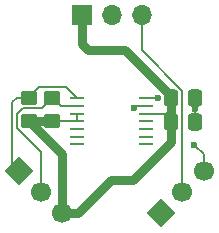
<source format=gbr>
%TF.GenerationSoftware,KiCad,Pcbnew,8.0.8*%
%TF.CreationDate,2025-03-13T11:30:44-04:00*%
%TF.ProjectId,Anemosens Sensor,416e656d-6f73-4656-9e73-2053656e736f,rev?*%
%TF.SameCoordinates,Original*%
%TF.FileFunction,Copper,L1,Top*%
%TF.FilePolarity,Positive*%
%FSLAX46Y46*%
G04 Gerber Fmt 4.6, Leading zero omitted, Abs format (unit mm)*
G04 Created by KiCad (PCBNEW 8.0.8) date 2025-03-13 11:30:44*
%MOMM*%
%LPD*%
G01*
G04 APERTURE LIST*
G04 Aperture macros list*
%AMRoundRect*
0 Rectangle with rounded corners*
0 $1 Rounding radius*
0 $2 $3 $4 $5 $6 $7 $8 $9 X,Y pos of 4 corners*
0 Add a 4 corners polygon primitive as box body*
4,1,4,$2,$3,$4,$5,$6,$7,$8,$9,$2,$3,0*
0 Add four circle primitives for the rounded corners*
1,1,$1+$1,$2,$3*
1,1,$1+$1,$4,$5*
1,1,$1+$1,$6,$7*
1,1,$1+$1,$8,$9*
0 Add four rect primitives between the rounded corners*
20,1,$1+$1,$2,$3,$4,$5,0*
20,1,$1+$1,$4,$5,$6,$7,0*
20,1,$1+$1,$6,$7,$8,$9,0*
20,1,$1+$1,$8,$9,$2,$3,0*%
%AMHorizOval*
0 Thick line with rounded ends*
0 $1 width*
0 $2 $3 position (X,Y) of the first rounded end (center of the circle)*
0 $4 $5 position (X,Y) of the second rounded end (center of the circle)*
0 Add line between two ends*
20,1,$1,$2,$3,$4,$5,0*
0 Add two circle primitives to create the rounded ends*
1,1,$1,$2,$3*
1,1,$1,$4,$5*%
%AMRotRect*
0 Rectangle, with rotation*
0 The origin of the aperture is its center*
0 $1 length*
0 $2 width*
0 $3 Rotation angle, in degrees counterclockwise*
0 Add horizontal line*
21,1,$1,$2,0,0,$3*%
G04 Aperture macros list end*
%TA.AperFunction,SMDPad,CuDef*%
%ADD10RoundRect,0.250000X0.337500X0.475000X-0.337500X0.475000X-0.337500X-0.475000X0.337500X-0.475000X0*%
%TD*%
%TA.AperFunction,SMDPad,CuDef*%
%ADD11R,1.308100X0.254000*%
%TD*%
%TA.AperFunction,ComponentPad*%
%ADD12RotRect,1.700000X1.700000X135.000000*%
%TD*%
%TA.AperFunction,ComponentPad*%
%ADD13HorizOval,1.700000X0.000000X0.000000X0.000000X0.000000X0*%
%TD*%
%TA.AperFunction,ComponentPad*%
%ADD14RotRect,1.700000X1.700000X45.000000*%
%TD*%
%TA.AperFunction,ComponentPad*%
%ADD15HorizOval,1.700000X0.000000X0.000000X0.000000X0.000000X0*%
%TD*%
%TA.AperFunction,SMDPad,CuDef*%
%ADD16RoundRect,0.250000X0.450000X-0.350000X0.450000X0.350000X-0.450000X0.350000X-0.450000X-0.350000X0*%
%TD*%
%TA.AperFunction,ComponentPad*%
%ADD17R,1.700000X1.700000*%
%TD*%
%TA.AperFunction,ComponentPad*%
%ADD18O,1.700000X1.700000*%
%TD*%
%TA.AperFunction,ViaPad*%
%ADD19C,0.600000*%
%TD*%
%TA.AperFunction,Conductor*%
%ADD20C,0.200000*%
%TD*%
%TA.AperFunction,Conductor*%
%ADD21C,0.762000*%
%TD*%
G04 APERTURE END LIST*
D10*
%TO.P,C2,1*%
%TO.N,GND*%
X143075000Y-91000000D03*
%TO.P,C2,2*%
%TO.N,+3.3V*%
X141000000Y-91000000D03*
%TD*%
%TO.P,C1,1*%
%TO.N,GND*%
X143075000Y-93060000D03*
%TO.P,C1,2*%
%TO.N,+3.3V*%
X141000000Y-93060000D03*
%TD*%
D11*
%TO.P,Q1,1,SDA*%
%TO.N,/SDA*%
X133098050Y-91049999D03*
%TO.P,Q1,2,SCL*%
%TO.N,/SCL*%
X133098050Y-91700000D03*
%TO.P,Q1,3,A2*%
%TO.N,+3.3V*%
X133098050Y-92350001D03*
%TO.P,Q1,4,A1*%
X133098050Y-93000000D03*
%TO.P,Q1,5,TEST*%
%TO.N,unconnected-(Q1-TEST-Pad5)*%
X133098050Y-93649999D03*
%TO.P,Q1,6,TEST*%
%TO.N,unconnected-(Q1-TEST-Pad6)*%
X133098050Y-94300000D03*
%TO.P,Q1,7,TEST*%
%TO.N,unconnected-(Q1-TEST-Pad7)*%
X133098050Y-94949999D03*
%TO.P,Q1,8,TEST*%
%TO.N,unconnected-(Q1-TEST-Pad8)*%
X138901950Y-94950001D03*
%TO.P,Q1,9,TEST*%
%TO.N,unconnected-(Q1-TEST-Pad9)*%
X138901950Y-94300000D03*
%TO.P,Q1,10,TEST*%
%TO.N,unconnected-(Q1-TEST-Pad10)*%
X138901950Y-93650001D03*
%TO.P,Q1,11,VDD5V*%
%TO.N,unconnected-(Q1-VDD5V-Pad11)*%
X138901950Y-93000000D03*
%TO.P,Q1,12,VDD3V*%
%TO.N,+3.3V*%
X138901950Y-92350001D03*
%TO.P,Q1,13,GND*%
%TO.N,GND*%
X138901950Y-91700000D03*
%TO.P,Q1,14,PWM*%
%TO.N,/MAG_INT*%
X138901950Y-91050001D03*
%TD*%
D12*
%TO.P,J2,1,Pin_1*%
%TO.N,GND*%
X140214555Y-100785445D03*
D13*
%TO.P,J2,2,Pin_2*%
%TO.N,/HALL_OUT*%
X142010606Y-98989394D03*
%TO.P,J2,3,Pin_3*%
%TO.N,/MAG_INT*%
X143806657Y-97193343D03*
%TD*%
D14*
%TO.P,J1,1,Pin_1*%
%TO.N,/SDA*%
X128203949Y-97203949D03*
D15*
%TO.P,J1,2,Pin_2*%
%TO.N,/SCL*%
X130000000Y-99000000D03*
%TO.P,J1,3,Pin_3*%
%TO.N,+3.3V*%
X131796051Y-100796051D03*
%TD*%
D16*
%TO.P,R1,1*%
%TO.N,+3.3V*%
X129000000Y-93000000D03*
%TO.P,R1,2*%
%TO.N,/SDA*%
X129000000Y-91000000D03*
%TD*%
%TO.P,R2,1*%
%TO.N,+3.3V*%
X131000000Y-93000000D03*
%TO.P,R2,2*%
%TO.N,/SCL*%
X131000000Y-91000000D03*
%TD*%
D17*
%TO.P,J3,1,Pin_1*%
%TO.N,+3.3V*%
X133475000Y-84000000D03*
D18*
%TO.P,J3,2,Pin_2*%
%TO.N,GND*%
X136015000Y-84000000D03*
%TO.P,J3,3,Pin_3*%
%TO.N,/HALL_OUT*%
X138555000Y-84000000D03*
%TD*%
D19*
%TO.N,GND*%
X143075000Y-92000000D03*
X137876171Y-91888608D03*
%TO.N,/MAG_INT*%
X143000000Y-95000000D03*
X139912500Y-91000000D03*
%TD*%
D20*
%TO.N,GND*%
X143075000Y-93060000D02*
X143075000Y-91000000D01*
X138901950Y-91700000D02*
X138064779Y-91700000D01*
X138064779Y-91700000D02*
X137876171Y-91888608D01*
D21*
%TO.N,+3.3V*%
X141000000Y-91000000D02*
X141000000Y-90841577D01*
X141000000Y-90841577D02*
X137158423Y-87000000D01*
X134000000Y-87000000D02*
X133475000Y-86475000D01*
X129000000Y-93000000D02*
X131000000Y-93000000D01*
D20*
X133098050Y-93000000D02*
X133098050Y-92350001D01*
X138901950Y-92350001D02*
X140649999Y-92350001D01*
D21*
X136000000Y-98000000D02*
X137795001Y-98000000D01*
D20*
X131000000Y-93000000D02*
X133098050Y-93000000D01*
D21*
X131796051Y-100796051D02*
X131796051Y-95796051D01*
X141000000Y-93060000D02*
X141000000Y-92000000D01*
D20*
X140649999Y-92350001D02*
X141000000Y-92000000D01*
D21*
X137795001Y-98000000D02*
X141000000Y-94795001D01*
X137158423Y-87000000D02*
X134000000Y-87000000D01*
X141000000Y-94795001D02*
X141000000Y-93060000D01*
X141000000Y-92000000D02*
X141000000Y-91000000D01*
X131796051Y-95796051D02*
X129000000Y-93000000D01*
X133475000Y-86475000D02*
X133475000Y-84000000D01*
X133203949Y-100796051D02*
X136000000Y-98000000D01*
X131796051Y-100796051D02*
X133203949Y-100796051D01*
D20*
%TO.N,/SCL*%
X128515256Y-91900000D02*
X130100000Y-91900000D01*
X130100000Y-91900000D02*
X131000000Y-91000000D01*
X130000000Y-99000000D02*
X130000000Y-95584744D01*
X131700000Y-91700000D02*
X133098050Y-91700000D01*
X128000000Y-93584744D02*
X128000000Y-92415256D01*
X130000000Y-95584744D02*
X128000000Y-93584744D01*
X131000000Y-91000000D02*
X131700000Y-91700000D01*
X128000000Y-92415256D02*
X128515256Y-91900000D01*
%TO.N,/SDA*%
X127600000Y-91400000D02*
X128000000Y-91000000D01*
X128000000Y-91000000D02*
X129000000Y-91000000D01*
X132148051Y-90100000D02*
X133098050Y-91049999D01*
X129900000Y-90100000D02*
X132148051Y-90100000D01*
X129000000Y-91000000D02*
X129900000Y-90100000D01*
X127600000Y-96600000D02*
X127600000Y-91400000D01*
X128203949Y-97203949D02*
X127600000Y-96600000D01*
%TO.N,/HALL_OUT*%
X142010606Y-90413362D02*
X138555000Y-86957756D01*
X142010606Y-98989394D02*
X142010606Y-90413362D01*
X138555000Y-86957756D02*
X138555000Y-84000000D01*
%TO.N,/MAG_INT*%
X138951951Y-91000000D02*
X138901950Y-91050001D01*
X143806657Y-95806657D02*
X143000000Y-95000000D01*
X143806657Y-97193343D02*
X143806657Y-95806657D01*
X139912500Y-91000000D02*
X138951951Y-91000000D01*
%TD*%
M02*

</source>
